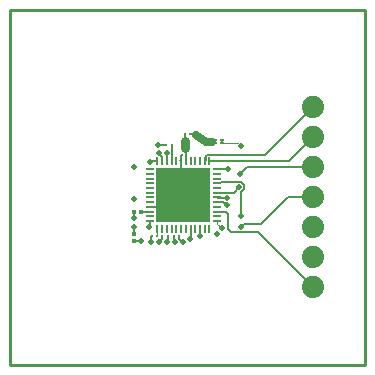
<source format=gbr>
G04 EAGLE Gerber X2 export*
%TF.Part,Single*%
%TF.FileFunction,Copper,L1,Top,Mixed*%
%TF.FilePolarity,Positive*%
%TF.GenerationSoftware,Autodesk,EAGLE,8.6.3*%
%TF.CreationDate,2018-04-05T08:16:35Z*%
G75*
%MOMM*%
%FSLAX34Y34*%
%LPD*%
%AMOC8*
5,1,8,0,0,1.08239X$1,22.5*%
G01*
%ADD10R,0.250000X0.250000*%
%ADD11C,1.879600*%
%ADD12R,0.211600X0.200000*%
%ADD13R,0.400000X0.350000*%
%ADD14R,0.125000X0.150000*%
%ADD15R,0.300000X0.200000*%
%ADD16R,0.350000X0.400000*%
%ADD17R,0.230000X0.680000*%
%ADD18R,4.600000X4.600000*%
%ADD19R,0.680000X0.230000*%
%ADD20C,0.101600*%
%ADD21C,0.152400*%
%ADD22C,0.508000*%
%ADD23C,0.762000*%
%ADD24C,0.711200*%
%ADD25C,0.254000*%


D10*
X24138Y8805D03*
X19566Y8805D03*
X38380Y8723D03*
X42952Y8723D03*
X28572Y8735D03*
X33144Y8735D03*
X36459Y85976D03*
X31887Y85976D03*
D11*
X156400Y117800D03*
X156400Y92400D03*
X156400Y67000D03*
X156400Y41600D03*
X156400Y16200D03*
X156400Y-9200D03*
X156400Y-34600D03*
D12*
X51938Y95402D03*
X48022Y95402D03*
D13*
X4975Y4643D03*
X4975Y10843D03*
D14*
X45505Y77926D03*
X47867Y77926D03*
D15*
X78796Y90409D03*
X78796Y87409D03*
X73396Y87409D03*
X73396Y90409D03*
D16*
X4540Y29408D03*
X10740Y29408D03*
D17*
X24462Y14900D03*
D18*
X46462Y43500D03*
D17*
X28462Y14900D03*
X32462Y14900D03*
X36462Y14900D03*
X40462Y14900D03*
X44462Y14900D03*
X48462Y14900D03*
X52462Y14900D03*
X56462Y14900D03*
X60462Y14900D03*
X64462Y14900D03*
X68462Y14900D03*
D19*
X75062Y21500D03*
X75062Y25500D03*
X75062Y29500D03*
X75062Y33500D03*
X75062Y37500D03*
X75062Y41500D03*
X75062Y45500D03*
X75062Y49500D03*
X75062Y53500D03*
X75062Y57500D03*
X75062Y61500D03*
X75062Y65500D03*
D17*
X68462Y72100D03*
X64462Y72100D03*
X60462Y72100D03*
X56462Y72100D03*
X52462Y72100D03*
X48462Y72100D03*
X44462Y72100D03*
X40462Y72100D03*
X36462Y72100D03*
X32462Y72100D03*
X28462Y72100D03*
X24462Y72100D03*
D19*
X17862Y65500D03*
X17862Y61500D03*
X17862Y57500D03*
X17862Y53500D03*
X17862Y49500D03*
X17862Y45500D03*
X17862Y41500D03*
X17862Y37500D03*
X17862Y33500D03*
X17862Y29500D03*
X17862Y25500D03*
X17862Y21500D03*
D20*
X24462Y14900D02*
X24138Y14576D01*
X24138Y8805D01*
D21*
X36459Y81175D02*
X36459Y85976D01*
X36459Y81175D02*
X36545Y81089D01*
X36545Y77511D01*
X36462Y77429D01*
X36462Y72100D01*
D22*
X83915Y65411D03*
D21*
X75152Y65411D01*
X75062Y65500D01*
D22*
X32227Y79300D03*
D21*
X32227Y72336D01*
X32462Y72100D01*
D22*
X25437Y79056D03*
D21*
X28462Y76030D01*
X28462Y72100D01*
X48462Y72100D02*
X48462Y78026D01*
X48350Y78139D01*
X48350Y78316D01*
X49020Y82910D02*
X48190Y83521D01*
D23*
X48190Y88876D01*
D21*
X48241Y88927D01*
X48022Y95402D01*
X48462Y82353D02*
X48462Y78026D01*
X48462Y82353D02*
X49020Y82910D01*
D20*
X47967Y78026D02*
X47867Y77926D01*
X47967Y78026D02*
X48462Y78026D01*
D21*
X65535Y76237D02*
X66576Y77278D01*
X65535Y73172D02*
X64462Y72100D01*
X65535Y73172D02*
X65535Y76237D01*
X115878Y77278D02*
X156400Y117800D01*
X115878Y77278D02*
X66576Y77278D01*
X136100Y72100D02*
X156400Y92400D01*
X136100Y72100D02*
X68462Y72100D01*
D22*
X83007Y41083D03*
D21*
X75480Y41083D01*
X75062Y41500D01*
X75062Y45500D02*
X89072Y45500D01*
X93642Y50070D01*
D22*
X93642Y50070D03*
X95497Y25829D03*
D21*
X97960Y51859D02*
X95431Y54388D01*
X97960Y51859D02*
X97960Y48282D01*
X95497Y45818D01*
X95497Y25829D01*
X95431Y54388D02*
X78095Y54388D01*
X77207Y53500D02*
X75062Y53500D01*
X77207Y53500D02*
X78095Y54388D01*
X60462Y14900D02*
X60462Y8581D01*
X60306Y8424D01*
D22*
X60306Y8424D03*
X83154Y34987D03*
D21*
X81376Y36765D01*
X81218Y36765D01*
X80483Y37500D01*
X75062Y37500D01*
X46462Y43500D02*
X44462Y45500D01*
X44462Y67532D01*
X44462Y72100D01*
X46462Y43500D02*
X41481Y38519D01*
X36462Y33500D01*
X17862Y33500D01*
D22*
X4864Y67579D03*
X5024Y40546D03*
D21*
X4540Y29408D02*
X4231Y29099D01*
X4231Y23755D01*
D22*
X4231Y23755D03*
D21*
X19566Y8805D02*
X19208Y8447D01*
X19208Y3565D01*
D22*
X19208Y3565D03*
X60000Y60000D03*
D21*
X31887Y85976D02*
X25411Y85976D01*
X25264Y86123D01*
D22*
X25264Y86123D03*
D21*
X28572Y8735D02*
X28572Y6102D01*
X26141Y3670D01*
D22*
X26141Y3670D03*
D21*
X4975Y10843D02*
X4975Y16726D01*
X4956Y16745D01*
D22*
X4956Y16745D03*
D21*
X38380Y8723D02*
X38380Y4195D01*
X39040Y3536D01*
D22*
X39040Y3536D03*
X95157Y16494D03*
D21*
X97623Y18960D02*
X111952Y18960D01*
X97623Y18960D02*
X95157Y16494D01*
X134592Y41600D02*
X156400Y41600D01*
X134592Y41600D02*
X111952Y18960D01*
X44462Y72100D02*
X43946Y73295D01*
X78796Y87409D02*
X78796Y90409D01*
X44462Y76884D02*
X44462Y72100D01*
X44462Y76884D02*
X45187Y77608D01*
X45273Y77980D01*
D20*
X44462Y67532D02*
X44462Y65538D01*
X50000Y60000D01*
D22*
X50000Y60000D03*
X40000Y60000D03*
D20*
X40000Y50000D01*
D22*
X40000Y50000D03*
X50000Y50000D03*
D20*
X40000Y50000D01*
X30000Y40000D01*
D22*
X30000Y40000D03*
X41481Y38519D03*
D20*
X78796Y87409D02*
X92591Y87409D01*
X95000Y85000D01*
D22*
X95000Y85000D03*
X74525Y10758D03*
D20*
X44462Y76884D02*
X45505Y77926D01*
D21*
X17862Y21500D02*
X17862Y16822D01*
X17279Y16238D01*
D22*
X17279Y16238D03*
D21*
X19425Y72100D02*
X24462Y72100D01*
X19425Y72100D02*
X18450Y71126D01*
D22*
X18450Y71126D03*
D21*
X33144Y8735D02*
X33144Y3664D01*
X32944Y3463D01*
D22*
X32944Y3463D03*
D21*
X10469Y4643D02*
X4975Y4643D01*
X10469Y4643D02*
X10582Y4756D01*
D22*
X10582Y4756D03*
D21*
X42952Y6618D02*
X42952Y8723D01*
X42952Y6618D02*
X45789Y3781D01*
D22*
X45789Y3781D03*
D21*
X100097Y67000D02*
X156400Y67000D01*
X100097Y67000D02*
X94174Y61077D01*
D22*
X94174Y61077D03*
D20*
X75062Y21500D02*
X75062Y19292D01*
X78847Y15507D01*
D22*
X78847Y15507D03*
D21*
X73396Y87409D02*
X73396Y88250D01*
X73396Y90409D01*
X55503Y95402D02*
X51938Y95402D01*
X55503Y95402D02*
X56883Y94022D01*
D24*
X65228Y88668D01*
X70651Y88668D01*
D21*
X72909Y88737D01*
X73396Y88250D01*
X17771Y29408D02*
X10740Y29408D01*
X17771Y29408D02*
X17862Y29500D01*
D22*
X52410Y6669D03*
D21*
X52462Y6722D01*
X52462Y14900D01*
X93276Y12269D02*
X93368Y12176D01*
X93276Y12269D02*
X87013Y12269D01*
X109624Y12176D02*
X156400Y-34600D01*
X109624Y12176D02*
X93368Y12176D01*
X87013Y12269D02*
X84231Y15051D01*
X84231Y27763D01*
X82493Y29500D01*
X75062Y29500D01*
D25*
X-100000Y-100000D02*
X200000Y-100000D01*
X200000Y200000D01*
X-100000Y200000D01*
X-100000Y-100000D01*
M02*

</source>
